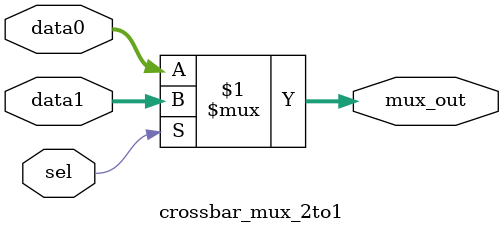
<source format=sv>
module crossbar_2x2 (
    input wire [7:0] in0, in1,       // Input ports
    input wire [1:0] select,         // Selection control (2 bits)
    output wire [7:0] out0, out1     // Output ports
);

    // Internal wires to connect submodules
    wire [7:0] mux0_out;
    wire [7:0] mux1_out;

    // Submodule: 8-bit 2-to-1 multiplexer for out0
    crossbar_mux_2to1 #(
        .DATA_WIDTH(8)
    ) mux_out0 (
        .data0 (in0),
        .data1 (in1),
        .sel   (select[0]),
        .mux_out (mux0_out)
    );

    // Submodule: 8-bit 2-to-1 multiplexer for out1
    crossbar_mux_2to1 #(
        .DATA_WIDTH(8)
    ) mux_out1 (
        .data0 (in0),
        .data1 (in1),
        .sel   (select[1]),
        .mux_out (mux1_out)
    );

    // Output assignments
    assign out0 = mux0_out;
    assign out1 = mux1_out;

endmodule

// -----------------------------------------------------------------------------
// Submodule: crossbar_mux_2to1
// Description: Parameterized 2-to-1 multiplexer for crossbar switching.
// -----------------------------------------------------------------------------
module crossbar_mux_2to1 #(
    parameter DATA_WIDTH = 8
) (
    input  wire [DATA_WIDTH-1:0] data0,   // Input 0
    input  wire [DATA_WIDTH-1:0] data1,   // Input 1
    input  wire                  sel,     // Select signal
    output wire [DATA_WIDTH-1:0] mux_out  // Multiplexer output
);
    assign mux_out = sel ? data1 : data0;
endmodule
</source>
